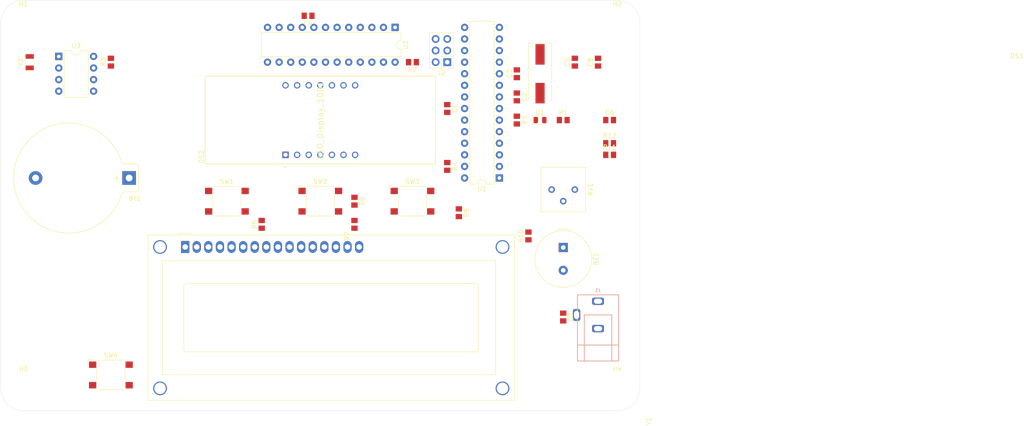
<source format=kicad_pcb>
(kicad_pcb (version 20211014) (generator pcbnew)
  (layers (0 "F.Cu" signal) (31 "B.Cu" signal) (34 "B.Paste" user) (35 "F.Paste" user) (36 "B.SilkS" user "B.Silkscreen") (37 "F.SilkS" user "F.Silkscreen") (38 "B.Mask" user) (39 "F.Mask" user) (44 "Edge.Cuts" user))
  (net 0 "")
  (net 1 "Net-(BT1-Pad1)")
  (net 2 "GND")
  (net 3 "Net-(BZ1-Pad1)")
  (net 4 "Net-(C1-Pad1)")
  (net 5 "/XTAL1")
  (net 6 "/XTAL2")
  (net 7 "VCC")
  (net 8 "RESET")
  (net 9 "Net-(C7-Pad1)")
  (net 10 "Net-(D1-Pad2)")
  (net 11 "Net-(DS1-Pad15)")
  (net 12 "LCD_6")
  (net 13 "LCD_5")
  (net 14 "LCD_4")
  (net 15 "LCD_3")
  (net 20 "LCD_2")
  (net 21 "LCD_1")
  (net 22 "Net-(DS1-Pad3)")
  (net 23 "Net-(DS2-Pad1)")
  (net 24 "Net-(DS2-Pad2)")
  (net 25 "Net-(DS2-Pad3)")
  (net 26 "Net-(DS2-Pad4)")
  (net 27 "Net-(DS2-Pad5)")
  (net 28 "Net-(DS2-Pad6)")
  (net 29 "Net-(DS2-Pad7)")
  (net 30 "Net-(DS2-Pad9)")
  (net 31 "Net-(DS2-Pad10)")
  (net 32 "Net-(DS2-Pad11)")
  (net 33 "Net-(DS2-Pad12)")
  (net 34 "Net-(DS2-Pad13)")
  (net 35 "Net-(DS2-Pad14)")
  (net 37 "MISO")
  (net 38 "LED_SCK")
  (net 39 "MOSI")
  (net 40 "LED_5CK")
  (net 41 "Net-(R2-Pad2)")
  (net 42 "SCL")
  (net 43 "SDA")
  (net 44 "BTN_UP")
  (net 45 "BTN_SELECT")
  (net 46 "BTN_DWN")
  (net 47 "BZER")
  (net 48 "RXD")
  (net 49 "/RTS")
  (net 50 "TXD")
  (net 51 "/SER_RX")
  (net 52 "DIS_CLK")
  (net 53 "DIS_DATA")
  (net 55 "DIS_LOAD")
  (net 60 "Net-(U3-Pad1)")
  (net 61 "Net-(U3-Pad2)")
  (net 63 "/SER_TX")
  (footprint "footprints:R_0805_2012Metric" (layer "F.Cu") (at 213.36 86.36)
    (fp_text reference "R12" (at 0 -1.65) (layer "F.SilkS"))
    (fp_text value "R_0805_4.7K")
    (pad "1" smd rect locked (at -0.85 0) (size 1.15 1.4) (layers "F.Cu" "F.Paste" "F.Mask") (net 50 "TXD"))
    (pad "2" smd rect locked (at 0.85 0) (size 1.15 1.4) (layers "F.Cu" "F.Paste" "F.Mask") (net 63 "/SER_TX"))
  )
  (footprint "footprints:MountingHole_3.2mm_M3" (layer "F.Cu") (at 215 140)
    (fp_text reference "H4" (at 0 -4.2) (layer "F.SilkS"))
    (fp_text value "MountingHole")
    (pad "" np_thru_hole circle locked (at 0 0) (size 3.2 3.2) (drill 3.2) (layers *.Cu *.Mask))
  )
  (footprint "footprints:R_0805_2012Metric" (layer "F.Cu") (at 213.36 88.9)
    (fp_text reference "R11" (at 0 -1.65) (layer "F.SilkS"))
    (fp_text value "R_0805_4.7K")
    (pad "1" smd rect locked (at -0.85 0) (size 1.15 1.4) (layers "F.Cu" "F.Paste" "F.Mask") (net 48 "RXD"))
    (pad "2" smd rect locked (at 0.85 0) (size 1.15 1.4) (layers "F.Cu" "F.Paste" "F.Mask") (net 51 "/SER_RX"))
  )
  (footprint "footprints:C_0805_2012Metric" (layer "F.Cu") (at 205.74 68.58 90)
    (fp_text reference "C5" (at 0 -1.65 90) (layer "F.SilkS"))
    (fp_text value "C_0805_10uf")
    (pad "1" smd rect locked (at -0.85 0 90) (size 1.15 1.4) (layers "F.Cu" "F.Paste" "F.Mask") (net 7 "VCC"))
    (pad "2" smd rect locked (at 0.85 0 90) (size 1.15 1.4) (layers "F.Cu" "F.Paste" "F.Mask") (net 2 "GND"))
  )
  (footprint "footprints:C_0805_2012Metric" (layer "F.Cu") (at 210.82 68.58 90)
    (fp_text reference "C8" (at 0 -1.65 90) (layer "F.SilkS"))
    (fp_text value "C_0805_0.1uf")
    (pad "1" smd rect locked (at -0.85 0 90) (size 1.15 1.4) (layers "F.Cu" "F.Paste" "F.Mask") (net 7 "VCC"))
    (pad "2" smd rect locked (at 0.85 0 90) (size 1.15 1.4) (layers "F.Cu" "F.Paste" "F.Mask") (net 2 "GND"))
  )
  (footprint "footprints:TC1602A-01T" (layer "F.Cu") (at 120.4 109.1025)
    (fp_text reference "DS1" (at 182.14 -41.91) (layer "F.SilkS"))
    (fp_text value "TC1602A-01T")
    (fp_line (start -8.14 -2.64) (end -8.14 33.64) (layer "F.SilkS") (width 0.12))
    (fp_line (start 68 3) (end 68 28) (layer "F.SilkS") (width 0.12))
    (fp_line (start 64.2 8.5) (end 64.2 22.5) (layer "F.SilkS") (width 0.12))
    (fp_line (start 72.14 -2.64) (end -7.34 -2.64) (layer "F.SilkS") (width 0.12))
    (fp_line (start -5 3) (end 68 3) (layer "F.SilkS") (width 0.12))
    (fp_line (start -1.5 -3) (end 1.5 -3) (layer "F.SilkS") (width 0.12))
    (fp_line (start -8.14 33.64) (end 72.14 33.64) (layer "F.SilkS") (width 0.12))
    (fp_line (start 68 28) (end -5 28) (layer "F.SilkS") (width 0.12))
    (fp_line (start -8.13 -2.64) (end -7.34 -2.64) (layer "F.SilkS") (width 0.12))
    (fp_line (start -0.29972 22.49932) (end -0.29972 8.5) (layer "F.SilkS") (width 0.12))
    (fp_line (start 63.70066 23) (end 0.2 23) (layer "F.SilkS") (width 0.12))
    (fp_line (start -5 28) (end -5 3) (layer "F.SilkS") (width 0.12))
    (fp_line (start 72.14 33.64) (end 72.14 -2.64) (layer "F.SilkS") (width 0.12))
    (fp_line (start 0.2 8) (end 63.7 8) (layer "F.SilkS") (width 0.12))
    (fp_arc (start -0.29972 8.49884) (mid -0.153162 8.145018) (end 0.20066 7.99846) (layer "F.SilkS") (width 0.12))
    (fp_arc (start 63.7 8) (mid 64.053553 8.146447) (end 64.2 8.5) (layer "F.SilkS") (width 0.12))
    (fp_arc (start 64.20104 22.49932) (mid 64.054479 22.85315) (end 63.70066 22.9997) (layer "F.SilkS") (width 0.12))
    (fp_arc (start 0.20066 22.9997) (mid -0.153162 22.853142) (end -0.29972 22.49932) (layer "F.SilkS") (width 0.12))
    (pad "" thru_hole circle locked (at -5.4991 0) (size 3 3) (drill 2.5) (layers *.Cu *.Mask))
    (pad "" thru_hole circle locked (at 69.5 0) (size 3 3) (drill 2.5) (layers *.Cu *.Mask))
    (pad "" thru_hole circle locked (at -5.4991 31.0007) (size 3 3) (drill 2.5) (layers *.Cu *.Mask))
    (pad "" thru_hole circle locked (at 69.49948 31.0007) (size 3 3) (drill 2.5) (layers *.Cu *.Mask))
    (pad "1" thru_hole rect locked (at 0 0) (size 1.8 2.6) (drill 1.2) (layers *.Cu *.Mask) (net 2 "GND"))
    (pad "2" thru_hole oval locked (at 2.54 0) (size 1.8 2.6) (drill 1.2) (layers *.Cu *.Mask) (net 7 "VCC"))
    (pad "3" thru_hole oval locked (at 5.08 0) (size 1.8 2.6) (drill 1.2) (layers *.Cu *.Mask) (net 22 "Net-(DS1-Pad3)"))
    (pad "4" thru_hole oval locked (at 7.62 0) (size 1.8 2.6) (drill 1.2) (layers *.Cu *.Mask) (net 21 "LCD_1"))
    (pad "5" thru_hole oval locked (at 10.16 0) (size 1.8 2.6) (drill 1.2) (layers *.Cu *.Mask) (net 2 "GND"))
    (pad "6" thru_hole oval locked (at 12.7 0) (size 1.8 2.6) (drill 1.2) (layers *.Cu *.Mask) (net 20 "LCD_2"))
    (pad "7" thru_hole oval locked (at 15.24 0) (size 1.8 2.6) (drill 1.2) (layers *.Cu *.Mask))
    (pad "8" thru_hole oval locked (at 17.78 0) (size 1.8 2.6) (drill 1.2) (layers *.Cu *.Mask))
    (pad "9" thru_hole oval locked (at 20.32 0) (size 1.8 2.6) (drill 1.2) (layers *.Cu *.Mask))
    (pad "10" thru_hole oval locked (at 22.86 0) (size 1.8 2.6) (drill 1.2) (layers *.Cu *.Mask))
    (pad "11" thru_hole oval locked (at 25.4 0) (size 1.8 2.6) (drill 1.2) (layers *.Cu *.Mask) (net 15 "LCD_3"))
    (pad "12" thru_hole oval locked (at 27.94 0) (size 1.8 2.6) (drill 1.2) (layers *.Cu *.Mask) (net 14 "LCD_4"))
    (pad "13" thru_hole oval locked (at 30.48 0) (size 1.8 2.6) (drill 1.2) (layers *.Cu *.Mask) (net 13 "LCD_5"))
    (pad "14" thru_hole oval locked (at 33.02 0) (size 1.8 2.6) (drill 1.2) (layers *.Cu *.Mask) (net 12 "LCD_6"))
    (pad "15" thru_hole oval locked (at 35.56 0) (size 1.8 2.6) (drill 1.2) (layers *.Cu *.Mask) (net 11 "Net-(DS1-Pad15)"))
    (pad "16" thru_hole oval locked (at 38.1 0) (size 1.8 2.6) (drill 1.2) (layers *.Cu *.Mask) (net 2 "GND"))
  )
  (footprint "footprints:R_0805_2012Metric" (layer "F.Cu") (at 177.8 91.44 -90)
    (fp_text reference "R4" (at 0 -1.65 90) (layer "F.SilkS"))
    (fp_text value "R_0805_4.7K")
    (pad "1" smd rect locked (at -0.85 0 270) (size 1.15 1.4) (layers "F.Cu" "F.Paste" "F.Mask") (net 7 "VCC"))
    (pad "2" smd rect locked (at 0.85 0 270) (size 1.15 1.4) (layers "F.Cu" "F.Paste" "F.Mask") (net 43 "SDA"))
  )
  (footprint "footprints:C_0805_2012Metric" (layer "F.Cu") (at 147.32 58.42 180)
    (fp_text reference "C4" (at 0 -1.65) (layer "F.SilkS"))
    (fp_text value "C_0805_0.1uf")
    (pad "1" smd rect locked (at -0.85 0 180) (size 1.15 1.4) (layers "F.Cu" "F.Paste" "F.Mask") (net 7 "VCC"))
    (pad "2" smd rect locked (at 0.85 0 180) (size 1.15 1.4) (layers "F.Cu" "F.Paste" "F.Mask") (net 2 "GND"))
  )
  (footprint "footprints:R_0805_2012Metric" (layer "F.Cu") (at 157.48 104.14 90)
    (fp_text reference "R7" (at -2.54 -1.65 90) (layer "F.SilkS"))
    (fp_text value "R_0805_47")
    (pad "1" smd rect locked (at -0.85 0 90) (size 1.15 1.4) (layers "F.Cu" "F.Paste" "F.Mask") (net 11 "Net-(DS1-Pad15)"))
    (pad "2" smd rect locked (at 0.85 0 90) (size 1.15 1.4) (layers "F.Cu" "F.Paste" "F.Mask") (net 7 "VCC"))
  )
  (footprint "footprints:Buzzer_TDK_PS1240P02BT_D12.2mm_H6.5mm" (layer "F.Cu") (at 203.2 109.22 -90)
    (fp_text reference "BZ1" (at 2.5 -7.17 90) (layer "F.SilkS"))
    (fp_text value "Buzzer")
    (fp_arc (start -3.9 1.499999) (mid -4.073431 0) (end -3.9 -1.5) (layer "F.SilkS") (width 0.12))
    (fp_circle (center 2.5 0) (end 8.73 0) (layer "F.SilkS") (width 0.12) (fill none))
    (pad "1" thru_hole rect locked (at 0 0 270) (size 2 2) (drill 1) (layers *.Cu *.Mask) (net 3 "Net-(BZ1-Pad1)"))
    (pad "2" thru_hole circle locked (at 5 0 270) (size 2 2) (drill 1) (layers *.Cu *.Mask) (net 2 "GND"))
  )
  (footprint "footprints:C_0805_2012Metric" (layer "F.Cu") (at 213.36 81.28)
    (fp_text reference "C6" (at 0 -1.65) (layer "F.SilkS"))
    (fp_text value "C_0.1uf")
    (pad "1" smd rect locked (at -0.85 0) (size 1.15 1.4) (layers "F.Cu" "F.Paste" "F.Mask") (net 8 "RESET"))
    (pad "2" smd rect locked (at 0.85 0) (size 1.15 1.4) (layers "F.Cu" "F.Paste" "F.Mask") (net 49 "/RTS"))
  )
  (footprint "footprints:SW_SPST_Omron_B3FS-100xP" (layer "F.Cu") (at 150 99.06)
    (fp_text reference "SW2" (at 0 -4.3) (layer "F.SilkS"))
    (fp_text value "Omron_B3F_SPST")
    (fp_line (start -5.1 -3.3) (end -4.1 -3.3) (layer "F.SilkS") (width 0.12))
    (fp_line (start -3.1 -1.3) (end -3.1 1.3) (layer "F.SilkS") (width 0.12))
    (fp_line (start 3.1 -1.3) (end 3.1 1.3) (layer "F.SilkS") (width 0.12))
    (fp_line (start 3 3.25) (end -3 3.25) (layer "F.SilkS") (width 0.12))
    (fp_line (start -5.1 -2.3) (end -5.1 -3.3) (layer "F.SilkS") (width 0.12))
    (fp_line (start 2.9 -3.25) (end -2.9 -3.25) (layer "F.SilkS") (width 0.12))
    (pad "1" smd rect locked (at -4 -2.25 180) (size 1.6 1.4) (layers "F.Cu" "F.Paste" "F.Mask") (net 2 "GND"))
    (pad "2" smd rect locked (at 4 -2.25 180) (size 1.6 1.4) (layers "F.Cu" "F.Paste" "F.Mask") (net 2 "GND"))
    (pad "3" smd rect locked (at -4 2.25 180) (size 1.6 1.4) (layers "F.Cu" "F.Paste" "F.Mask") (net 45 "BTN_SELECT"))
    (pad "4" smd rect locked (at 4 2.25 180) (size 1.6 1.4) (layers "F.Cu" "F.Paste" "F.Mask") (net 45 "BTN_SELECT"))
  )
  (footprint "footprints:Crystal_SMD_HC49-SD" (layer "F.Cu") (at 198.12 71.12 -90)
    (fp_text reference "Y1" (at 76.2 -23.87 90) (layer "F.SilkS"))
    (fp_text value "Crystal_16MHz")
    (fp_line (start -6.7 -2.55) (end -6.7 2.55) (layer "F.SilkS") (width 0.12))
    (fp_line (start 5.9 -2.55) (end -6.7 -2.55) (layer "F.SilkS") (width 0.12))
    (fp_line (start -6.7 2.55) (end 5.9 2.55) (layer "F.SilkS") (width 0.12))
    (pad "1" smd rect locked (at -4.25 0 270) (size 4.5 2) (layers "F.Cu" "F.Paste" "F.Mask") (net 6 "/XTAL2"))
    (pad "2" smd rect locked (at 4.25 0 270) (size 4.5 2) (layers "F.Cu" "F.Paste" "F.Mask") (net 5 "/XTAL1"))
  )
  (footprint "footprints:R_0805_2012Metric" (layer "F.Cu") (at 170.18 68.58 180)
    (fp_text reference "R2" (at 0 -1.65) (layer "F.SilkS"))
    (fp_text value "R_0805_22K")
    (pad "1" smd rect locked (at -0.85 0 180) (size 1.15 1.4) (layers "F.Cu" "F.Paste" "F.Mask") (net 7 "VCC"))
    (pad "2" smd rect locked (at 0.85 0 180) (size 1.15 1.4) (layers "F.Cu" "F.Paste" "F.Mask") (net 41 "Net-(R2-Pad2)"))
  )
  (footprint "footprints:SW_SPST_Omron_B3FS-100xP" (layer "F.Cu") (at 104.14 137.16)
    (fp_text reference "SW4" (at 0 -4.3) (layer "F.SilkS"))
    (fp_text value "Omron_B3F_SPST")
    (fp_line (start -5.1 -3.3) (end -4.1 -3.3) (layer "F.SilkS") (width 0.12))
    (fp_line (start 3.1 -1.3) (end 3.1 1.3) (layer "F.SilkS") (width 0.12))
    (fp_line (start 3 3.25) (end -3 3.25) (layer "F.SilkS") (width 0.12))
    (fp_line (start 2.9 -3.25) (end -2.9 -3.25) (layer "F.SilkS") (width 0.12))
    (fp_line (start -3.1 -1.3) (end -3.1 1.3) (layer "F.SilkS") (width 0.12))
    (fp_line (start -5.1 -2.3) (end -5.1 -3.3) (layer "F.SilkS") (width 0.12))
    (pad "1" smd rect locked (at -4 -2.25 180) (size 1.6 1.4) (layers "F.Cu" "F.Paste" "F.Mask") (net 2 "GND"))
    (pad "2" smd rect locked (at 4 -2.25 180) (size 1.6 1.4) (layers "F.Cu" "F.Paste" "F.Mask") (net 2 "GND"))
    (pad "3" smd rect locked (at -4 2.25 180) (size 1.6 1.4) (layers "F.Cu" "F.Paste" "F.Mask") (net 8 "RESET"))
    (pad "4" smd rect locked (at 4 2.25 180) (size 1.6 1.4) (layers "F.Cu" "F.Paste" "F.Mask") (net 8 "RESET"))
  )
  (footprint "footprints:DIP-28_W7.62mm" (layer "F.Cu") (at 189.22 93.98 180)
    (fp_text reference "U1" (at 3.81 -2.33) (layer "F.SilkS"))
    (fp_text value "ATmega328-PU")
    (fp_line (start 2.81 -1.33) (end 1.16 -1.33) (layer "F.SilkS") (width 0.12))
    (fp_line (start 6.46 34.35) (end 6.46 -1.33) (layer "F.SilkS") (width 0.12))
    (fp_line (start 1.16 34.35) (end 6.46 34.35) (layer "F.SilkS") (width 0.12))
    (fp_line (start 6.46 -1.33) (end 4.81 -1.33) (layer "F.SilkS") (width 0.12))
    (fp_line (start 1.16 -1.33) (end 1.16 34.35) (layer "F.SilkS") (width 0.12))
    (fp_arc (start 4.81 -1.33) (mid 3.81 -0.33) (end 2.81 -1.33) (layer "F.SilkS") (width 0.12))
    (pad "1" thru_hole rect locked (at 0 0 180) (size 1.6 1.6) (drill 0.8) (layers *.Cu *.Mask) (net 8 "RESET"))
    (pad "2" thru_hole oval locked (at 0 2.54 180) (size 1.6 1.6) (drill 0.8) (layers *.Cu *.Mask) (net 48 "RXD"))
    (pad "3" thru_hole oval locked (at 0 5.08 180) (size 1.6 1.6) (drill 0.8) (layers *.Cu *.Mask) (net 50 "TXD"))
    (pad "4" thru_hole oval locked (at 0 7.62 180) (size 1.6 1.6) (drill 0.8) (layers *.Cu *.Mask) (net 44 "BTN_UP"))
    (pad "5" thru_hole oval locked (at 0 10.16 180) (size 1.6 1.6) (drill 0.8) (layers *.Cu *.Mask) (net 45 "BTN_SELECT"))
    (pad "6" thru_hole oval locked (at 0 12.7 180) (size 1.6 1.6) (drill 0.8) (layers *.Cu *.Mask) (net 46 "BTN_DWN"))
    (pad "7" thru_hole oval locked (at 0 15.24 180) (size 1.6 1.6) (drill 0.8) (layers *.Cu *.Mask) (net 7 "VCC"))
    (pad "8" thru_hole oval locked (at 0 17.78 180) (size 1.6 1.6) (drill 0.8) (layers *.Cu *.Mask) (net 2 "GND"))
    (pad "9" thru_hole oval locked (at 0 20.32 180) (size 1.6 1.6) (drill 0.8) (layers *.Cu *.Mask) (net 5 "/XTAL1"))
    (pad "10" thru_hole oval locked (at 0 22.86 180) (size 1.6 1.6) (drill 0.8) (layers *.Cu *.Mask) (net 6 "/XTAL2"))
    (pad "11" thru_hole oval locked (at 0 25.4 180) (size 1.6 1.6) (drill 0.8) (layers *.Cu *.Mask) (net 13 "LCD_5"))
    (pad "12" thru_hole oval locked (at 0 27.94 180) (size 1.6 1.6) (drill 0.8) (layers *.Cu *.Mask) (net 12 "LCD_6"))
    (pad "13" thru_hole oval locked (at 0 30.48 180) (size 1.6 1.6) (drill 0.8) (layers *.Cu *.Mask) (net 47 "BZER"))
    (pad "14" thru_hole oval locked (at 0 33.02 180) (size 1.6 1.6) (drill 0.8) (layers *.Cu *.Mask) (net 55 "DIS_LOAD"))
    (pad "15" thru_hole oval locked (at 7.62 33.02 180) (size 1.6 1.6) (drill 0.8) (layers *.Cu *.Mask) (net 52 "DIS_CLK"))
    (pad "16" thru_hole oval locked (at 7.62 30.48 180) (size 1.6 1.6) (drill 0.8) (layers *.Cu *.Mask) (net 53 "DIS_DATA"))
    (pad "17" thru_hole oval locked (at 7.62 27.94 180) (size 1.6 1.6) (drill 0.8) (layers *.Cu *.Mask) (net 39 "MOSI"))
    (pad "18" thru_hole oval locked (at 7.62 25.4 180) (size 1.6 1.6) (drill 0.8) (layers *.Cu *.Mask) (net 37 "MISO"))
    (pad "19" thru_hole oval locked (at 7.62 22.86 180) (size 1.6 1.6) (drill 0.8) (layers *.Cu *.Mask) (net 38 "LED_SCK"))
    (pad "20" thru_hole oval locked (at 7.62 20.32 180) (size 1.6 1.6) (drill 0.8) (layers *.Cu *.Mask) (net 7 "VCC"))
    (pad "21" thru_hole oval locked (at 7.62 17.78 180) (size 1.6 1.6) (drill 0.8) (layers *.Cu *.Mask) (net 4 "Net-(C1-Pad1)"))
    (pad "22" thru_hole oval locked (at 7.62 15.24 180) (size 1.6 1.6) (drill 0.8) (layers *.Cu *.Mask))
    (pad "23" thru_hole oval locked (at 7.62 12.7 180) (size 1.6 1.6) (drill 0.8) (layers *.Cu *.Mask) (net 21 "LCD_1"))
    (pad "24" thru_hole oval locked (at 7.62 10.16 180) (size 1.6 1.6) (drill 0.8) (layers *.Cu *.Mask) (net 20 "LCD_2"))
    (pad "25" thru_hole oval locked (at 7.62 7.62 180) (size 1.6 1.6) (drill 0.8) (layers *.Cu *.Mask) (net 15 "LCD_3"))
    (pad "26" thru_hole oval locked (at 7.62 5.08 180) (size 1.6 1.6) (drill 0.8) (layers *.Cu *.Mask) (net 14 "LCD_4"))
    (pad "27" thru_hole oval locked (at 7.62 2.54 180) (size 1.6 1.6) (drill 0.8) (layers *.Cu *.Mask) (net 43 "SDA"))
    (pad "28" thru_hole oval locked (at 7.62 0 180) (size 1.6 1.6) (drill 0.8) (layers *.Cu *.Mask) (net 42 "SCL"))
  )
  (footprint "footprints:C_0805_2012Metric" (layer "F.Cu") (at 193.04 71.12 90)
    (fp_text reference "C3" (at 0 -1.65 90) (layer "F.SilkS"))
    (fp_text value "C_22pf")
    (pad "1" smd rect locked (at -0.85 0 90) (size 1.15 1.4) (layers "F.Cu" "F.Paste" "F.Mask") (net 2 "GND"))
    (pad "2" smd rect locked (at 0.85 0 90) (size 1.15 1.4) (layers "F.Cu" "F.Paste" "F.Mask") (net 6 "/XTAL2"))
  )
  (footprint "footprints:MountingHole_3.2mm_M3" (layer "F.Cu") (at 215 60)
    (fp_text reference "H2" (at 0 -4.2) (layer "F.SilkS"))
    (fp_text value "MountingHole")
    (pad "" np_thru_hole circle locked (at 0 0) (size 3.2 3.2) (drill 3.2) (layers *.Cu *.Mask))
  )
  (footprint "footprints:Potentiometer_Bourns_3386P_Vertical" (layer "F.Cu") (at 200.66 96.52 -90)
    (fp_text reference "RV1" (at -0.015 -8.555 90) (layer "F.SilkS"))
    (fp_text value "R_POT_10K")
    (fp_line (start -4.9 -7.425) (end -4.9 2.345) (layer "F.SilkS") (width 0.12))
    (fp_line (start -4.9 2.345) (end 4.87 2.345) (layer "F.SilkS") (width 0.12))
    (fp_line (start -4.9 -7.425) (end 4.87 -7.425) (layer "F.SilkS") (width 0.12))
    (fp_line (start 4.87 -7.425) (end 4.87 2.345) (layer "F.SilkS") (width 0.12))
    (pad "1" thru_hole circle (at 0 0 270) (size 1.44 1.44) (drill 0.8) (layers *.Cu *.Mask) (net 7 "VCC"))
    (pad "2" thru_hole circle (at 2.54 -2.54 270) (size 1.44 1.44) (drill 0.8) (layers *.Cu *.Mask) (net 22 "Net-(DS1-Pad3)"))
    (pad "3" thru_hole circle (at 0 -5.08 270) (size 1.44 1.44) (drill 0.8) (layers *.Cu *.Mask) (net 2 "GND"))
  )
  (footprint "footprints:MountingHole_3.2mm_M3" (layer "F.Cu") (at 85 140)
    (fp_text reference "H3" (at 0 -4.2) (layer "F.SilkS"))
    (fp_text value "MountingHole")
    (pad "" np_thru_hole circle locked (at 0 0) (size 3.2 3.2) (drill 3.2) (layers *.Cu *.Mask))
  )
  (footprint "footprints:C_0805_2012Metric" (layer "F.Cu") (at 177.8 78.74 -90)
    (fp_text reference "C1" (at 0 -1.65 90) (layer "F.SilkS"))
    (fp_text value "C_10uf")
    (pad "1" smd rect locked (at -0.85 0 270) (size 1.15 1.4) (layers "F.Cu" "F.Paste" "F.Mask") (net 4 "Net-(C1-Pad1)"))
    (pad "2" smd rect locked (at 0.85 0 270) (size 1.15 1.4) (layers "F.Cu" "F.Paste" "F.Mask") (net 2 "GND"))
  )
  (footprint "footprints:PinHeader_2x03_P2.54mm_Vertical" (layer "F.Cu") (at 177.8 68.58 180)
    (fp_text reference "J2" (at 1.27 -2.33) (layer "F.SilkS"))
    (fp_text value "Conn_02x03_Odd_Even")
    (fp_line (start -1.33 1.27) (end -1.33 6.41) (layer "F.SilkS") (width 0.12))
    (fp_line (start -1.33 6.41) (end 3.87 6.41) (layer "F.SilkS") (width 0.12))
    (fp_line (start 1.27 -1.33) (end 3.87 -1.33) (layer "F.SilkS") (width 0.12))
    (fp_line (start 3.87 -1.33) (end 3.87 6.41) (layer "F.SilkS") (width 0.12))
    (fp_line (start -1.33 0) (end -1.33 -1.33) (layer "F.SilkS") (width 0.12))
    (fp_line (start -1.33 1.27) (end 1.27 1.27) (layer "F.SilkS") (width 0.12))
    (fp_line (start 1.27 1.27) (end 1.27 -1.33) (layer "F.SilkS") (width 0.12))
    (fp_line (start -1.33 -1.33) (end 0 -1.33) (layer "F.SilkS") (width 0.12))
    (pad "1" thru_hole rect locked (at 0 0 180) (size 1.7 1.7) (drill 1) (layers *.Cu *.Mask) (net 37 "MISO"))
    (pad "2" thru_hole oval locked (at 2.54 0 180) (size 1.7 1.7) (drill 1) (layers *.Cu *.Mask) (net 7 "VCC"))
    (pad "3" thru_hole oval locked (at 0 2.54 180) (size 1.7 1.7) (drill 1) (layers *.Cu *.Mask) (net 38 "LED_SCK"))
    (pad "4" thru_hole oval locked (at 2.54 2.54 180) (size 1.7 1.7) (drill 1) (layers *.Cu *.Mask) (net 39 "MOSI"))
    (pad "5" thru_hole oval locked (at 0 5.08 180) (size 1.7 1.7) (drill 1) (layers *.Cu *.Mask) (net 8 "RESET"))
    (pad "6" thru_hole oval locked (at 2.54 5.08 180) (size 1.7 1.7) (drill 1) (layers *.Cu *.Mask) (net 2 "GND"))
  )
  (footprint "footprints:R_0805_2012Metric" (layer "F.Cu") (at 195.58 106.68 90)
    (fp_text reference "R10" (at 0 -1.65 90) (layer "F.SilkS"))
    (fp_text value "R_0805_47")
    (pad "1" smd rect locked (at -0.85 0 90) (size 1.15 1.4) (layers "F.Cu" "F.Paste" "F.Mask") (net 47 "BZER"))
    (pad "2" smd rect locked (at 0.85 0 90) (size 1.15 1.4) (layers "F.Cu" "F.Paste" "F.Mask") (net 3 "Net-(BZ1-Pad1)"))
  )
  (footprint "footprints:SW_SPST_Omron_B3FS-100xP" (layer "F.Cu") (at 170.18 99.06)
    (fp_text reference "SW3" (at 0 -4.3) (layer "F.SilkS"))
    (fp_text value "Omron_B3F_SPST")
    (fp_line (start 3.1 -1.3) (end 3.1 1.3) (layer "F.SilkS") (width 0.12))
    (fp_line (start -5.1 -3.3) (end -4.1 -3.3) (layer "F.SilkS") (width 0.12))
    (fp_line (start -5.1 -2.3) (end -5.1 -3.3) (layer "F.SilkS") (width 0.12))
    (fp_line (start 2.9 -3.25) (end -2.9 -3.25) (layer "F.SilkS") (width 0.12))
    (fp_line (start -3.1 -1.3) (end -3.1 1.3) (layer "F.SilkS") (width 0.12))
    (fp_line (start 3 3.25) (end -3 3.25) (layer "F.SilkS") (width 0.12))
    (pad "1" smd rect locked (at -4 -2.25 180) (size 1.6 1.4) (layers "F.Cu" "F.Paste" "F.Mask") (net 2 "GND"))
    (pad "2" smd rect locked (at 4 -2.25 180) (size 1.6 1.4) (layers "F.Cu" "F.Paste" "F.Mask") (net 2 "GND"))
    (pad "3" smd rect locked (at -4 2.25 180) (size 1.6 1.4) (layers "F.Cu" "F.Paste" "F.Mask") (net 46 "BTN_DWN"))
    (pad "4" smd rect locked (at 4 2.25 180) (size 1.6 1.4) (layers "F.Cu" "F.Paste" "F.Mask") (net 46 "BTN_DWN"))
  )
  (footprint "footprints:MountingHole_3.2mm_M3" (layer "F.Cu") (at 85 60)
    (fp_text reference "H1" (at 0 -4.2) (layer "F.SilkS"))
    (fp_text value "MountingHole")
    (pad "" np_thru_hole circle locked (at 0 0) (size 3.2 3.2) (drill 3.2) (layers *.Cu *.Mask))
  )
  (footprint "footprints:R_0805_2012Metric" (layer "F.Cu") (at 104.14 68.58 90)
    (fp_text reference "R3" (at 0 -1.65 90) (layer "F.SilkS"))
    (fp_text value "R_0805_4.7K")
    (pad "1" smd rect locked (at -0.85 0 90) (size 1.15 1.4) (layers "F.Cu" "F.Paste" "F.Mask") (net 42 "SCL"))
    (pad "2" smd rect locked (at 0.85 0 90) (size 1.15 1.4) (layers "F.Cu" "F.Paste" "F.Mask") (net 7 "VCC"))
  )
  (footprint "footprints:R_0805_2012Metric" (layer "F.Cu") (at 137.16 104.14 90)
    (fp_text reference "R6" (at 0 -1.65 90) (layer "F.SilkS"))
    (fp_text value "R_0805_10K")
    (pad "1" smd rect locked (at -0.85 0 90) (size 1.15 1.4) (layers "F.Cu" "F.Paste" "F.Mask") (net 7 "VCC"))
    (pad "2" smd rect locked (at 0.85 0 90) (size 1.15 1.4) (layers "F.Cu" "F.Paste" "F.Mask") (net 44 "BTN_UP"))
  )
  (footprint "footprints:DIP-24_W7.62mm" (layer "F.Cu") (at 166.375 60.96 -90)
    (fp_text reference "U2" (at 3.81 -2.33 90) (layer "F.SilkS"))
    (fp_text value "MAX7219")
    (fp_line (start 6.46 29.27) (end 6.46 -1.33) (layer "F.SilkS") (width 0.12))
    (fp_line (start 1.16 29.27) (end 6.46 29.27) (layer "F.SilkS") (width 0.12))
    (fp_line (start 6.46 -1.33) (end 4.81 -1.33) (layer "F.SilkS") (width 0.12))
    (fp_line (start 2.81 -1.33) (end 1.16 -1.33) (layer "F.SilkS") (width 0.12))
    (fp_line (start 1.16 -1.33) (end 1.16 29.27) (layer "F.SilkS") (width 0.12))
    (fp_arc (start 4.81 -1.33) (mid 3.81 -0.33) (end 2.81 -1.33) (layer "F.SilkS") (width 0.12))
    (pad "1" thru_hole rect locked (at 0 0 270) (size 1.6 1.6) (drill 0.8) (layers *.Cu *.Mask) (net 53 "DIS_DATA"))
    (pad "2" thru_hole oval locked (at 0 2.54 270) (size 1.6 1.6) (drill 0.8) (layers *.Cu *.Mask) (net 35 "Net-(DS2-Pad14)"))
    (pad "3" thru_hole oval locked (at 0 5.08 270) (size 1.6 1.6) (drill 0.8) (layers *.Cu *.Mask) (net 29 "Net-(DS2-Pad7)"))
    (pad "4" thru_hole oval locked (at 0 7.62 270) (size 1.6 1.6) (drill 0.8) (layers *.Cu *.Mask) (net 2 "GND"))
    (pad "5" thru_hole oval locked (at 0 10.16 270) (size 1.6 1.6) (drill 0.8) (layers *.Cu *.Mask))
    (pad "6" thru_hole oval locked (at 0 12.7 270) (size 1.6 1.6) (drill 0.8) (layers *.Cu *.Mask) (net 31 "Net-(DS2-Pad10)"))
    (pad "7" thru_hole oval locked (at 0 15.24 270) (size 1.6 1.6) (drill 0.8) (layers *.Cu *.Mask) (net 28 "Net-(DS2-Pad6)"))
    (pad "8" thru_hole oval locked (at 0 17.78 270) (size 1.6 1.6) (drill 0.8) (layers *.Cu *.Mask))
    (pad "9" thru_hole oval locked (at 0 20.32 270) (size 1.6 1.6) (drill 0.8) (layers *.Cu *.Mask) (net 2 "GND"))
    (pad "10" thru_hole oval locked (at 0 22.86 270) (size 1.6 1.6) (drill 0.8) (layers *.Cu *.Mask))
    (pad "11" thru_hole oval locked (at 0 25.4 270) (size 1.6 1.6) (drill 0.8) (layers *.Cu *.Mask) (net 32 "Net-(DS2-Pad11)"))
    (pad "12" thru_hole oval locked (at 0 27.94 270) (size 1.6 1.6) (drill 0.8) (layers *.Cu *.Mask) (net 55 "DIS_LOAD"))
    (pad "13" thru_hole oval locked (at 7.62 27.94 270) (size 1.6 1.6) (drill 0.8) (layers *.Cu *.Mask) (net 52 "DIS_CLK"))
    (pad "14" thru_hole oval locked (at 7.62 25.4 270) (size 1.6 1.6) (drill 0.8) (layers *.Cu *.Mask) (net 34 "Net-(DS2-Pad13)"))
    (pad "15" thru_hole oval locked (at 7.62 22.86 270) (size 1.6 1.6) (drill 0.8) (layers *.Cu *.Mask) (net 33 "Net-(DS2-Pad12)"))
    (pad "16" thru_hole oval locked (at 7.62 20.32 270) (size 1.6 1.6) (drill 0.8) (layers *.Cu *.Mask) (net 30 "Net-(DS2-Pad9)"))
    (pad "17" thru_hole oval locked (at 7.62 17.78 270) (size 1.6 1.6) (drill 0.8) (layers *.Cu *.Mask) (net 27 "Net-(DS2-Pad5)"))
    (pad "18" thru_hole oval locked (at 7.62 15.24 270) (size 1.6 1.6) (drill 0.8) (layers *.Cu *.Mask) (net 41 "Net-(R2-Pad2)"))
    (pad "19" thru_hole oval locked (at 7.62 12.7 270) (size 1.6 1.6) (drill 0.8) (layers *.Cu *.Mask) (net 7 "VCC"))
    (pad "20" thru_hole oval locked (at 7.62 10.16 270) (size 1.6 1.6) (drill 0.8) (layers *.Cu *.Mask) (net 26 "Net-(DS2-Pad4)"))
    (pad "21" thru_hole oval locked (at 7.62 7.62 270) (size 1.6 1.6) (drill 0.8) (layers *.Cu *.Mask) (net 23 "Net-(DS2-Pad1)"))
    (pad "22" thru_hole oval locked (at 7.62 5.08 270) (size 1.6 1.6) (drill 0.8) (layers *.Cu *.Mask) (net 25 "Net-(DS2-Pad3)"))
    (pad "23" thru_hole oval locked (at 7.62 2.54 270) (size 1.6 1.6) (drill 0.8) (layers *.Cu *.Mask) (net 24 "Net-(DS2-Pad2)"))
    (pad "24" thru_hole oval locked (at 7.62 0 270) (size 1.6 1.6) (drill 0.8) (layers *.Cu *.Mask))
  )
  (footprint "footprints:Crystal_SMD_2Pin_3.2x1.5mm" (layer "F.Cu") (at 86.36 68.58 90)
    (fp_text reference "Y2" (at 0 -1.95 90) (layer "F.SilkS"))
    (fp_text value "Crystal_32768Hz")
    (fp_line (start -1.95 -0.9) (end -1.95 0.9) (layer "F.SilkS") (width 0.12))
    (fp_line (start -0.55 -0.95) (end 0.55 -0.95) (layer "F.SilkS") (width 0.12))
    (fp_line (start -0.55 0.95) (end 0.55 0.95) (layer "F.SilkS") (width 0.12))
    (pad "1" smd rect locked (at -1.25 0 90) (size 1 1.8) (layers "F.Cu" "F.Paste" "F.Mask") (net 61 "Net-(U3-Pad2)"))
    (pad "2" smd rect locked (at 1.25 0 90) (size 1 1.8) (layers "F.Cu" "F.Paste" "F.Mask") (net 60 "Net-(U3-Pad1)"))
  )
  (footprint "footprints:R_0805_2012Metric" (layer "F.Cu") (at 203.2 81.28)
    (fp_text reference "R1" (at 0 -1.65) (layer "F.SilkS"))
    (fp_text value "R_2.2K")
    (pad "1" smd rect locked (at -0.85 0) (size 1.15 1.4) (layers "F.Cu" "F.Paste" "F.Mask") (net 40 "LED_5CK"))
    (pad "2" smd rect locked (at 0.85 0) (size 1.15 1.4) (layers "F.Cu" "F.Paste" "F.Mask") (net 10 "Net-(D1-Pad2)"))
  )
  (footprint "footprints:R_0805_2012Metric" (layer "F.Cu") (at 180.34 101.6 -90)
    (fp_text reference "R9" (at 0 -1.65 90) (layer "F.SilkS"))
    (fp_text value "R_0805_10K")
    (pad "1" smd rect locked (at -0.85 0 270) (size 1.15 1.4) (layers "F.Cu" "F.Paste" "F.Mask") (net 7 "VCC"))
    (pad "2" smd rect locked (at 0.85 0 270) (size 1.15 1.4) (layers "F.Cu" "F.Paste" "F.Mask") (net 46 "BTN_DWN"))
  )
  (footprint "footprints:LED_0805_2012Metric" (layer "F.Cu") (at 198.12 81.28)
    (fp_text reference "D1" (at 0 -1.65) (layer "F.SilkS"))
    (fp_text value "LED_0805")
    (fp_line (start 1 -0.96) (end -1.685 -0.96) (layer "F.SilkS") (width 0.12))
    (fp_line (start -1.685 -0.96) (end -1.685 0.96) (layer "F.SilkS") (width 0.12))
    (fp_line (start -1.685 0.96) (end 1 0.96) (layer "F.SilkS") (width 0.12))
    (pad "1" smd roundrect locked (at -0.9375 0) (size 0.975 1.4) (layers "F.Cu" "F.Paste" "F.Mask") (net 2 "GND"))
    (pad "2" smd roundrect locked (at 0.9375 0) (size 0.975 1.4) (layers "F.Cu" "F.Paste" "F.Mask") (net 10 "Net-(D1-Pad2)"))
  )
  (footprint "footprints:DIP-8_W7.62mm" (layer "F.Cu") (at 92.72 67.32)
    (fp_text reference "U3" (at 3.81 -2.33) (layer "F.SilkS"))
    (fp_text value "DS1307_DIP-8")
    (fp_line (start 1.16 -1.33) (end 1.16 8.95) (layer "F.SilkS") (width 0.12))
    (fp_line (start 6.46 -1.33) (end 4.81 -1.33) (layer "F.SilkS") (width 0.12))
    (fp_line (start 1.16 8.95) (end 6.46 8.95) (layer "F.SilkS") (width 0.12))
    (fp_line (start 6.46 8.95) (end 6.46 -1.33) (layer "F.SilkS") (width 0.12))
    (fp_line (start 2.81 -1.33) (end 1.16 -1.33) (layer "F.SilkS") (width 0.12))
    (fp_arc (start 4.81 -1.33) (mid 3.81 -0.33) (end 2.81 -1.33) (layer "F.SilkS") (width 0.12))
    (pad "1" thru_hole rect locked (at 0 0) (size 1.6 1.6) (drill 0.8) (layers *.Cu *.Mask) (net 60 "Net-(U3-Pad1)"))
    (pad "2" thru_hole oval locked (at 0 2.54) (size 1.6 1.6) (drill 0.8) (layers *.Cu *.Mask) (net 61 "Net-(U3-Pad2)"))
    (pad "3" thru_hole oval locked (at 0 5.08) (size 1.6 1.6) (drill 0.8) (layers *.Cu *.Mask) (net 1 "Net-(BT1-Pad1)"))
    (pad "4" thru_hole oval locked (at 0 7.62) (size 1.6 1.6) (drill 0.8) (layers *.Cu *.Mask) (net 2 "GND"))
    (pad "5" thru_hole oval locked (at 7.62 7.62) (size 1.6 1.6) (drill 0.8) (layers *.Cu *.Mask) (net 43 "SDA"))
    (pad "6" thru_hole oval locked (at 7.62 5.08) (size 1.6 1.6) (drill 0.8) (layers *.Cu *.Mask) (net 42 "SCL"))
    (pad "7" thru_hole oval locked (at 7.62 2.54) (size 1.6 1.6) (drill 0.8) (layers *.Cu *.Mask))
    (pad "8" thru_hole oval locked (at 7.62 0) (size 1.6 1.6) (drill 0.8) (layers *.Cu *.Mask) (net 7 "VCC"))
  )
  (footprint "footprints:C_0805_2012Metric" (layer "F.Cu") (at 193.04 76.2 -90)
    (fp_text reference "C2" (at 0 -1.65 90) (layer "F.SilkS"))
    (fp_text value "C_22pf")
    (pad "1" smd rect locked (at -0.85 0 270) (size 1.15 1.4) (layers "F.Cu" "F.Paste" "F.Mask") (net 5 "/XTAL1"))
    (pad "2" smd rect locked (at 0.85 0 270) (size 1.15 1.4) (layers "F.Cu" "F.Paste" "F.Mask") (net 2 "GND"))
  )
  (footprint "footprints:R_0805_2012Metric" (layer "F.Cu") (at 157.48 99.06 -90)
    (fp_text reference "R8" (at 0 -1.65 90) (layer "F.SilkS"))
    (fp_text value "R_0805_10K")
    (pad "1" smd rect locked (at -0.85 0 270) (size 1.15 1.4) (layers "F.Cu" "F.Paste" "F.Mask") (net 7 "VCC"))
    (pad "2" smd rect locked (at 0.85 0 270) (size 1.15 1.4) (layers "F.Cu" "F.Paste" "F.Mask") (net 45 "BTN_SELECT"))
  )
  (footprint "footprints:Adafruit-1001-0-0-MFG" (layer "F.Cu") (at 150 81.28 90)
    (fp_text reference "DS2" (at -9.625 -26.025 90) (layer "F.SilkS") (effects (justify left)))
    (fp_text value "LED_Display_1001" (at 0 0 90) (layer "F.SilkS") (effects (font (size 1.27 1.27))))
    (fp_line (start -9.625 25.225) (end -9.625 -25.225) (layer "F.SilkS") (width 0.15))
    (fp_line (start -9.625 -25.225) (end 9.625 -25.225) (layer "F.SilkS") (width 0.15))
    (fp_line (start 9.625 25.225) (end 9.625 -25.225) (layer "F.SilkS") (width 0.15))
    (fp_line (start -9.625 25.225) (end 9.625 25.225) (layer "F.SilkS") (width 0.15))
    (fp_circle (center -10.225 -7.62) (end -10.1 -7.62) (layer "F.SilkS") (width 0.25) (fill none))
    (pad "1" thru_hole rect locked (at -7.62 -7.62 90) (size 1.4 1.4) (drill 0.9) (layers *.Cu *.Mask) (net 23 "Net-(DS2-Pad1)"))
    (pad "2" thru_hole circle locked (at -7.62 -5.08 90) (size 1.4 1.4) (drill 0.9) (layers *.Cu *.Mask) (net 24 "Net-(DS2-Pad2)"))
    (pad "3" thru_hole circle locked (at -7.62 -2.54 90) (size 1.4 1.4) (drill 0.9) (layers *.Cu *.Mask) (net 25 "Net-(DS2-Pad3)"))
    (pad "4" thru_hole circle locked (at -7.62 0 90) (size 1.4 1.4) (drill 0.9) (layers *.Cu *.Mask) (net 26 "Net-(DS2-Pad4)"))
    (pad "5" thru_hole circle locked (at -7.62 2.54 90) (size 1.4 1.4) (drill 0.9) (layers *.Cu *.Mask) (net 27 "Net-(DS2-Pad5)"))
    (pad "6" thru_hole circle locked (at -7.62 5.08 90) (size 1.4 1.4) (drill 0.9) (layers *.Cu *.Mask) (net 28 "Net-(DS2-Pad6)"))
    (pad "7" thru_hole circle locked (at -7.62 7.62 90) (size 1.4 1.4) (drill 0.9) (layers *.Cu *.Mask) (net 29 "Net-(DS2-Pad7)"))
    (pad "8" thru_hole circle locked (at 7.62 7.62 90) (size 1.4 1.4) (drill 0.9) (layers *.Cu *.Mask) (net 25 "Net-(DS2-Pad3)"))
    (pad "9" thru_hole circle locked (at 7.62 5.08 90) (size 1.4 1.4) (drill 0.9) (layers *.Cu *.Mask) (net 30 "Net-(DS2-Pad9)"))
    (pad "10" thru_hole circle locked (at 7.62 2.54 90) (size 1.4 1.4) (drill 0.9) (layers *.Cu *.Mask) (net 31 "Net-(DS2-Pad10)"))
    (pad "11" thru_hole circle locked (at 7.62 0 90) (size 1.4 1.4) (drill 0.9) (layers *.Cu *.Mask) (net 32 "Net-(DS2-Pad11)"))
    (pad "12" thru_hole circle locked (at 7.62 -2.54 90) (size 1.4 1.4) (drill 0.9) (layers *.Cu *.Mask) (net 33 "Net-(DS2-Pad12)"))
    (pad "13" thru_hole circle locked (at 7.62 -5.08 90) (size 1.4 1.4) (drill 0.9) (layers *.Cu *.Mask) (net 34 "Net-(DS2-Pad13)"))
    (pad "14" thru_hole circle locked (at 7.62 -7.62 90) (size 1.4 1.4) (drill 0.9) (layers *.Cu *.Mask) (net 35 "Net-(DS2-Pad14)"))
  )
  (footprint "footprints:SW_SPST_Omron_B3FS-100xP" (layer "F.Cu") (at 129.54 99.06)
    (fp_text reference "SW1" (at 0 -4.3) (layer "F.SilkS"))
    (fp_text value "Omron_B3F_SPST")
    (fp_line (start -5.1 -2.3) (end -5.1 -3.3) (layer "F.SilkS") (width 0.12))
    (fp_line (start -5.1 -3.3) (end -4.1 -3.3) (layer "F.SilkS") (width 0.12))
    (fp_line (start 3 3.25) (end -3 3.25) (layer "F.SilkS") (width 0.12))
    (fp_line (start -3.1 -1.3) (end -3.1 1.3) (layer "F.SilkS") (width 0.12))
    (fp_line (start 3.1 -1.3) (end 3.1 1.3) (layer "F.SilkS") (width 0.12))
    (fp_line (start 2.9 -3.25) (end -2.9 -3.25) (layer "F.SilkS") (width 0.12))
    (pad "1" smd rect locked (at -4 -2.25 180) (size 1.6 1.4) (layers "F.Cu" "F.Paste" "F.Mask") (net 2 "GND"))
    (pad "2" smd rect locked (at 4 -2.25 180) (size 1.6 1.4) (layers "F.Cu" "F.Paste" "F.Mask") (net 2 "GND"))
    (pad "3" smd rect locked (at -4 2.25 180) (size 1.6 1.4) (layers "F.Cu" "F.Paste" "F.Mask") (net 44 "BTN_UP"))
    (pad "4" smd rect locked (at 4 2.25 180) (size 1.6 1.4) (layers "F.Cu" "F.Paste" "F.Mask") (net 44 "BTN_UP"))
  )
  (footprint "footprints:BatteryHolder_Keystone_106_1x20mm" (layer "F.Cu") (at 108.133686 93.979984 180)
    (fp_text reference "BT1" (at -1.25 -4.5) (layer "F.SilkS"))
    (fp_text value "Battery_Cell")
    (fp_text user "+" (at 2.75 0) (layer "F.SilkS") (effects (font (size 1.5 1.5))))
    (fp_line (start 0.95 -3.05) (end -1.5 -3.05) (layer "F.SilkS") (width 0.12))
    (fp_line (start -1.5 3.05) (end 0.95 3.05) (layer "F.SilkS") (width 0.12))
    (fp_line (start -2.05 -2.5) (end -2.05 2.5) (layer "F.SilkS") (width 0.12))
    (fp_arc (start -2.05 -2.5) (mid -1.888909 -2.888909) (end -1.5 -3.05) (layer "F.SilkS") (width 0.12))
    (fp_arc (start -1.5 3.05) (mid -1.888909 2.888909) (end -2.05 2.5) (layer "F.SilkS") (width 0.12))
    (fp_arc (start 25.263443 -0.515991) (mid 15.23426 11.901878) (end 1.65 3.52) (layer "F.SilkS") (width 0.12))
    (fp_arc (start 1.65 -3.52) (mid 15.23426 -11.901878) (end 25.263443 0.515991) (layer "F.SilkS") (width 0.12))
    (fp_arc (start 0.95 3.05) (mid 1.380182 3.185636) (end 1.654769 3.543485) (layer "F.SilkS") (width 0.12))
    (fp_arc (start 1.654769 -3.543485) (mid 1.380182 -3.185636) (end 0.95 -3.05) (layer "F.SilkS") (width 0.12))
    (pad "1" thru_hole rect (at 0 0 180) (size 3 3) (drill 1.5) (layers *.Cu *.Mask) (net 1 "Net-(BT1-Pad1)"))
    (pad "2" thru_hole circle (at 20.49 0 180) (size 3 3) (drill 1.5) (layers *.Cu *.Mask) (net 2 "GND"))
  )
  (footprint "footprints:C_0805_2012Metric" (layer "F.Cu") (at 203.2 124.46 -90)
    (fp_text reference "C7" (at 0 -1.65 90) (layer "F.SilkS"))
    (fp_text value "C_0805_1uf")
    (pad "1" smd rect locked (at -0.85 0 270) (size 1.15 1.4) (layers "F.Cu" "F.Paste" "F.Mask") (net 9 "Net-(C7-Pad1)"))
    (pad "2" smd rect locked (at 0.85 0 270) (size 1.15 1.4) (layers "F.Cu" "F.Paste" "F.Mask") (net 2 "GND"))
  )
  (footprint "footprints:R_0805_2012Metric" (layer "F.Cu") (at 193.04 81.28 -90)
    (fp_text reference "R5" (at 0 -1.65 90) (layer "F.SilkS"))
    (fp_text value "R_10K")
    (pad "1" smd rect locked (at -0.85 0 270) (size 1.15 1.4) (layers "F.Cu" "F.Paste" "F.Mask") (net 7 "VCC"))
    (pad "2" smd rect locked (at 0.85 0 270) (size 1.15 1.4) (layers "F.Cu" "F.Paste" "F.Mask") (net 8 "RESET"))
  )
  (footprint "footprints:PJ-102AH" (layer "B.Cu") (at 210.82 124)
    (fp_text reference "J1" (at 0 -5.4102) (layer "B.SilkS") (effects (font (size 0.762 0.762) (thickness 0.1524)) (justify mirror)))
    (fp_text value "PJ-102AH" hide)
    (fp_line (start -4.5 -4.4) (end 4.5 -4.4) (layer "B.SilkS") (width 0.2032))
    (fp_line (start -3 0) (end -3 10.2) (layer "B.SilkS") (width 0.2032))
    (fp_line (start 3 10.1) (end 3 0) (layer "B.SilkS") (width 0.2032))
    (fp_line (start -4.5 6.6) (end 4.5 6.6) (layer "B.SilkS") (width 0.2032))
    (fp_line (start 4.5 -4.4) (end 4.5 10.1) (layer "B.SilkS") (width 0.2032))
    (fp_line (start -4.5 10.1) (end -4.5 -4.4) (layer "B.SilkS") (width 0.2032))
    (fp_line (start 4.5 10.1) (end -4.5 10.1) (layer "B.SilkS") (width 0.2032))
    (fp_line (start 3 0) (end -3 0) (layer "B.SilkS") (width 0.2032))
    (pad "1" thru_hole roundrect (at 0 -3) (size 2.6 1.6) (drill oval 1.8 1.1) (layers *.Cu *.Mask) (net 9 "Net-(C7-Pad1)"))
    (pad "2" thru_hole roundrect (at 0 3) (size 2.6 1.6) (drill oval 1.8 1.1) (layers *.Cu *.Mask) (net 2 "GND"))
    (pad "3" thru_hole roundrect (at -4.7 0) (size 1.6 2.6) (drill oval 1.1 1.8) (layers *.Cu *.Mask))
  )
  (gr_line locked (start 220 60) (end 220 140) (layer "Edge.Cuts") (width 0.05))
  (gr_line locked (start 80 60) (end 80 140) (layer "Edge.Cuts") (width 0.05))
  (gr_arc locked (start 80 60) (mid 81.464466 56.464466) (end 85 55) (layer "Edge.Cuts") (width 0.05))
  (gr_arc locked (start 85 145) (mid 81.464466 143.535534) (end 80 140) (layer "Edge.Cuts") (width 0.05))
  (gr_arc locked (start 220 140) (mid 218.535534 143.535534) (end 215 145) (layer "Edge.Cuts") (width 0.05))
  (gr_line locked (start 215 55) (end 85 55) (layer "Edge.Cuts") (width 0.05))
  (gr_arc locked (start 215 55) (mid 218.535534 56.464466) (end 220 60) (layer "Edge.Cuts") (width 0.05))
  (gr_line locked (start 215 145) (end 85 145) (layer "Edge.Cuts") (width 0.05))
)
</source>
